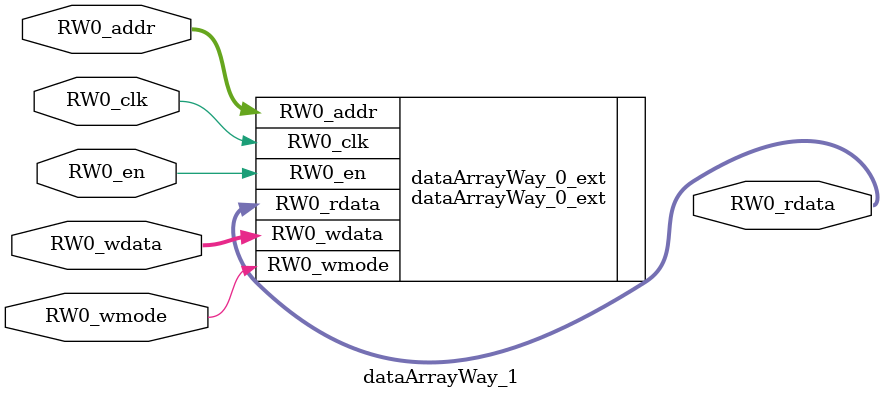
<source format=sv>
`ifndef RANDOMIZE
  `ifdef RANDOMIZE_REG_INIT
    `define RANDOMIZE
  `endif // RANDOMIZE_REG_INIT
`endif // not def RANDOMIZE
`ifndef RANDOMIZE
  `ifdef RANDOMIZE_MEM_INIT
    `define RANDOMIZE
  `endif // RANDOMIZE_MEM_INIT
`endif // not def RANDOMIZE

`ifndef RANDOM
  `define RANDOM $random
`endif // not def RANDOM

// Users can define 'PRINTF_COND' to add an extra gate to prints.
`ifndef PRINTF_COND_
  `ifdef PRINTF_COND
    `define PRINTF_COND_ (`PRINTF_COND)
  `else  // PRINTF_COND
    `define PRINTF_COND_ 1
  `endif // PRINTF_COND
`endif // not def PRINTF_COND_

// Users can define 'ASSERT_VERBOSE_COND' to add an extra gate to assert error printing.
`ifndef ASSERT_VERBOSE_COND_
  `ifdef ASSERT_VERBOSE_COND
    `define ASSERT_VERBOSE_COND_ (`ASSERT_VERBOSE_COND)
  `else  // ASSERT_VERBOSE_COND
    `define ASSERT_VERBOSE_COND_ 1
  `endif // ASSERT_VERBOSE_COND
`endif // not def ASSERT_VERBOSE_COND_

// Users can define 'STOP_COND' to add an extra gate to stop conditions.
`ifndef STOP_COND_
  `ifdef STOP_COND
    `define STOP_COND_ (`STOP_COND)
  `else  // STOP_COND
    `define STOP_COND_ 1
  `endif // STOP_COND
`endif // not def STOP_COND_

// Users can define INIT_RANDOM as general code that gets injected into the
// initializer block for modules with registers.
`ifndef INIT_RANDOM
  `define INIT_RANDOM
`endif // not def INIT_RANDOM

// If using random initialization, you can also define RANDOMIZE_DELAY to
// customize the delay used, otherwise 0.002 is used.
`ifndef RANDOMIZE_DELAY
  `define RANDOMIZE_DELAY 0.002
`endif // not def RANDOMIZE_DELAY

// Define INIT_RANDOM_PROLOG_ for use in our modules below.
`ifndef INIT_RANDOM_PROLOG_
  `ifdef RANDOMIZE
    `ifdef VERILATOR
      `define INIT_RANDOM_PROLOG_ `INIT_RANDOM
    `else  // VERILATOR
      `define INIT_RANDOM_PROLOG_ `INIT_RANDOM #`RANDOMIZE_DELAY begin end
    `endif // VERILATOR
  `else  // RANDOMIZE
    `define INIT_RANDOM_PROLOG_
  `endif // RANDOMIZE
`endif // not def INIT_RANDOM_PROLOG_

module dataArrayWay_1(	// @[DescribedSRAM.scala:17:26]
  input  [8:0]  RW0_addr,
  input         RW0_en,
                RW0_clk,
                RW0_wmode,
  input  [63:0] RW0_wdata,
  output [63:0] RW0_rdata
);

  dataArrayWay_0_ext dataArrayWay_0_ext (	// @[DescribedSRAM.scala:17:26]
    .RW0_addr  (RW0_addr),
    .RW0_en    (RW0_en),
    .RW0_clk   (RW0_clk),
    .RW0_wmode (RW0_wmode),
    .RW0_wdata (RW0_wdata),
    .RW0_rdata (RW0_rdata)
  );
endmodule


</source>
